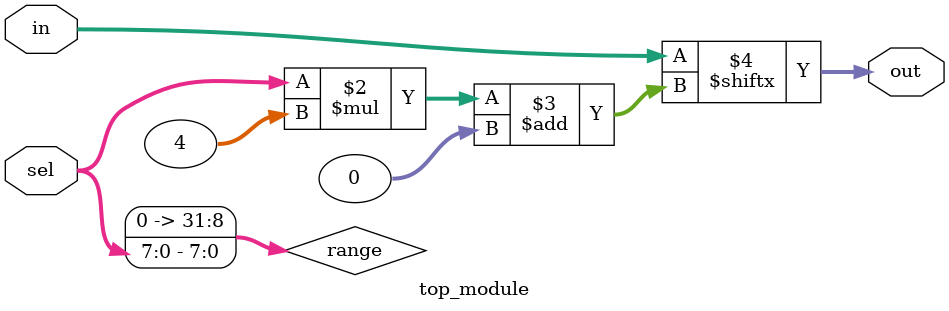
<source format=v>
module top_module( 
    input [1023:0] in,
    input [7:0] sel,
    output [3:0] out );
	
    integer range;
    wire [7:0]con1; 
    
    always @ (*) begin
        range = sel;
    	//max_lim = sel;
        //min_lim = ;
        //con1 = sel+sel+sel+sel; 
        out  = in[sel*4 +:4]; //vector[LSB+:width]
        
    end
endmodule
</source>
